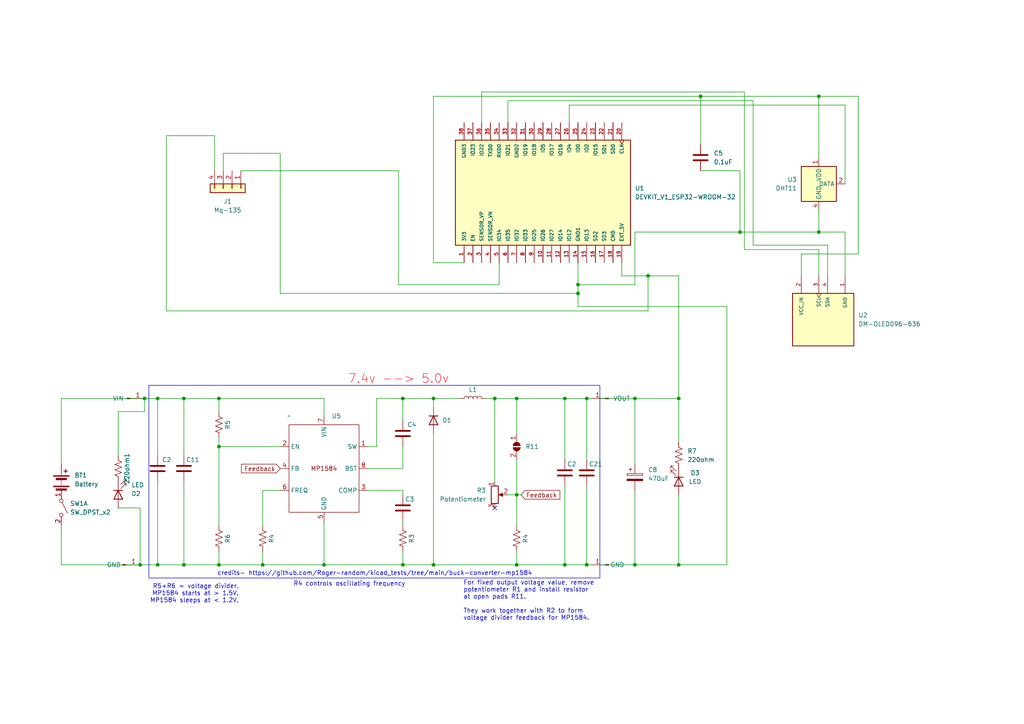
<source format=kicad_sch>
(kicad_sch (version 20250114) (generator "eeschema") (generator_version "9.0")
  (paper "A4")
  (lib_symbols
    (symbol "Connector:Conn_01x01_Pin" (pin_names (offset 1.016) (hide yes))
      (property "Reference" "J" (at 0 2.54 0))
      (property "Value" "Conn_01x01_Pin" (at 0 -2.54 0))
      (symbol "Conn_01x01_Pin_1_1"
        (rectangle (start 0.8636 0.127) (end 0 -0.127) (stroke (width 0.1524)) (fill (type outline)))
        (polyline (pts (xy 1.27 0) (xy 0.8636 0)) (stroke (width 0.1524)))
        (pin passive line (at 5.08 0 180) (length 3.81) (name "Pin_1") (number "1"))
      )
    )
    (symbol "Connector_Generic:Conn_01x04" (pin_names (offset 1.016) (hide yes))
      (property "Reference" "J" (at 0 5.08 0))
      (property "Value" "Conn_01x04" (at 0 -7.62 0))
      (symbol "Conn_01x04_1_1"
        (rectangle (start -1.27 3.81) (end 1.27 -6.35) (stroke (width 0.254)) (fill (type background)))
        (rectangle (start -1.27 2.667) (end 0 2.413) (stroke (width 0.1524)))
        (rectangle (start -1.27 0.127) (end 0 -0.127) (stroke (width 0.1524)))
        (rectangle (start -1.27 -2.413) (end 0 -2.667) (stroke (width 0.1524)))
        (rectangle (start -1.27 -4.953) (end 0 -5.207) (stroke (width 0.1524)))
        (pin passive line (at -5.08 2.54 0) (length 3.81) (name "Pin_1") (number "1"))
        (pin passive line (at -5.08 0 0) (length 3.81) (name "Pin_2") (number "2"))
        (pin passive line (at -5.08 -2.54 0) (length 3.81) (name "Pin_3") (number "3"))
        (pin passive line (at -5.08 -5.08 0) (length 3.81) (name "Pin_4") (number "4"))
      )
    )
    (symbol "DEVKIT_V1_ESP32-WROOM-32:DEVKIT_V1_ESP32-WROOM-32" (pin_names (offset 1.016))
      (property "Reference" "U" (at -15.2572 26.0643 0))
      (property "Value" "DEVKIT_V1_ESP32-WROOM-32" (at -15.2563 -27.9698 0))
      (symbol "DEVKIT_V1_ESP32-WROOM-32_0_0"
        (rectangle (start -15.24 -25.4) (end 15.24 25.4) (stroke (width 0.254)) (fill (type background)))
        (pin power_in line (at -20.32 22.86 0) (length 5.08) (name "3V3") (number "1"))
        (pin input line (at -20.32 20.32 0) (length 5.08) (name "EN") (number "2"))
        (pin input line (at -20.32 17.78 0) (length 5.08) (name "SENSOR_VP") (number "3"))
        (pin input line (at -20.32 15.24 0) (length 5.08) (name "SENSOR_VN") (number "4"))
        (pin bidirectional line (at -20.32 12.7 0) (length 5.08) (name "IO34") (number "5"))
        (pin bidirectional line (at -20.32 10.16 0) (length 5.08) (name "IO35") (number "6"))
        (pin bidirectional line (at -20.32 7.62 0) (length 5.08) (name "IO32") (number "7"))
        (pin bidirectional line (at -20.32 5.08 0) (length 5.08) (name "IO33") (number "8"))
        (pin bidirectional line (at -20.32 2.54 0) (length 5.08) (name "IO25") (number "9"))
        (pin bidirectional line (at -20.32 0 0) (length 5.08) (name "IO26") (number "10"))
        (pin bidirectional line (at -20.32 -2.54 0) (length 5.08) (name "IO27") (number "11"))
        (pin bidirectional line (at -20.32 -5.08 0) (length 5.08) (name "IO14") (number "12"))
        (pin bidirectional line (at -20.32 -7.62 0) (length 5.08) (name "IO12") (number "13"))
        (pin power_in line (at -20.32 -10.16 0) (length 5.08) (name "GND1") (number "14"))
        (pin bidirectional line (at -20.32 -12.7 0) (length 5.08) (name "IO13") (number "15"))
        (pin bidirectional line (at -20.32 -15.24 0) (length 5.08) (name "SD2") (number "16"))
        (pin bidirectional line (at -20.32 -17.78 0) (length 5.08) (name "SD3") (number "17"))
        (pin bidirectional line (at -20.32 -20.32 0) (length 5.08) (name "CMD") (number "18"))
        (pin power_in line (at -20.32 -22.86 0) (length 5.08) (name "EXT_5V") (number "19"))
        (pin power_in line (at 20.32 22.86 180) (length 5.08) (name "GND3") (number "38"))
        (pin bidirectional line (at 20.32 20.32 180) (length 5.08) (name "IO23") (number "37"))
        (pin bidirectional line (at 20.32 17.78 180) (length 5.08) (name "IO22") (number "36"))
        (pin output line (at 20.32 15.24 180) (length 5.08) (name "TXD0") (number "35"))
        (pin input line (at 20.32 12.7 180) (length 5.08) (name "RXD0") (number "34"))
        (pin bidirectional line (at 20.32 10.16 180) (length 5.08) (name "IO21") (number "33"))
        (pin power_in line (at 20.32 7.62 180) (length 5.08) (name "GND2") (number "32"))
        (pin bidirectional line (at 20.32 5.08 180) (length 5.08) (name "IO19") (number "31"))
        (pin bidirectional line (at 20.32 2.54 180) (length 5.08) (name "IO18") (number "30"))
        (pin bidirectional line (at 20.32 0 180) (length 5.08) (name "IO5") (number "29"))
        (pin bidirectional line (at 20.32 -2.54 180) (length 5.08) (name "IO17") (number "28"))
        (pin bidirectional line (at 20.32 -5.08 180) (length 5.08) (name "IO16") (number "27"))
        (pin bidirectional line (at 20.32 -7.62 180) (length 5.08) (name "IO4") (number "26"))
        (pin bidirectional line (at 20.32 -10.16 180) (length 5.08) (name "IO0") (number "25"))
        (pin bidirectional line (at 20.32 -12.7 180) (length 5.08) (name "IO2") (number "24"))
        (pin bidirectional line (at 20.32 -15.24 180) (length 5.08) (name "IO15") (number "23"))
        (pin bidirectional line (at 20.32 -17.78 180) (length 5.08) (name "SD1") (number "22"))
        (pin bidirectional line (at 20.32 -20.32 180) (length 5.08) (name "SD0") (number "21"))
        (pin input clock (at 20.32 -22.86 180) (length 5.08) (name "CLK") (number "20"))
      )
    )
    (symbol "DM-OLED096-636:DM-OLED096-636" (pin_names (offset 1.016))
      (property "Reference" "U" (at -7.62 10.922 0))
      (property "Value" "DM-OLED096-636" (at -7.62 -10.16 0))
      (symbol "DM-OLED096-636_0_0"
        (rectangle (start -7.62 -7.62) (end 7.62 10.16) (stroke (width 0.254)) (fill (type background)))
        (pin power_in line (at 12.7 7.62 180) (length 5.08) (name "VCC_IN") (number "2"))
        (pin input clock (at 12.7 2.54 180) (length 5.08) (name "SCL") (number "3"))
        (pin bidirectional line (at 12.7 0 180) (length 5.08) (name "SDA") (number "4"))
        (pin power_in line (at 12.7 -5.08 180) (length 5.08) (name "GND") (number "1"))
      )
    )
    (symbol "Device:Battery" (pin_numbers (hide yes)) (pin_names (offset 0) (hide yes))
      (property "Reference" "BT" (at 2.54 2.54 0))
      (property "Value" "Battery" (at 2.54 0 0))
      (symbol "Battery_0_1"
        (rectangle (start -2.286 1.778) (end 2.286 1.524) (fill (type outline)))
        (rectangle (start -2.286 -1.27) (end 2.286 -1.524) (fill (type outline)))
        (rectangle (start -1.524 1.016) (end 1.524 0.508) (fill (type outline)))
        (rectangle (start -1.524 -2.032) (end 1.524 -2.54) (fill (type outline)))
        (polyline (pts (xy 0 1.778) (xy 0 2.54)))
        (polyline (pts (xy 0 0) (xy 0 0.254)))
        (polyline (pts (xy 0 -0.508) (xy 0 -0.254)))
        (polyline (pts (xy 0 -1.016) (xy 0 -0.762)))
        (polyline (pts (xy 0.762 3.048) (xy 1.778 3.048)) (stroke (width 0.254)))
        (polyline (pts (xy 1.27 3.556) (xy 1.27 2.54)) (stroke (width 0.254)))
      )
      (symbol "Battery_1_1"
        (pin passive line (at 0 5.08 270) (length 2.54) (name "+") (number "1"))
        (pin passive line (at 0 -5.08 90) (length 2.54) (name "-") (number "2"))
      )
    )
    (symbol "Device:C" (pin_numbers (hide yes)) (pin_names (offset 0.254))
      (property "Reference" "C" (at 0.635 2.54 0))
      (property "Value" "C" (at 0.635 -2.54 0))
      (symbol "C_0_1"
        (polyline (pts (xy -2.032 0.762) (xy 2.032 0.762)) (stroke (width 0.508)))
        (polyline (pts (xy -2.032 -0.762) (xy 2.032 -0.762)) (stroke (width 0.508)))
      )
      (symbol "C_1_1"
        (pin passive line (at 0 3.81 270) (length 2.794) (name "~") (number "1"))
        (pin passive line (at 0 -3.81 90) (length 2.794) (name "~") (number "2"))
      )
    )
    (symbol "Device:C_Polarized" (pin_numbers (hide yes)) (pin_names (offset 0.254))
      (property "Reference" "C" (at 0.635 2.54 0))
      (property "Value" "C_Polarized" (at 0.635 -2.54 0))
      (symbol "C_Polarized_0_1"
        (rectangle (start -2.286 0.508) (end 2.286 1.016))
        (polyline (pts (xy -1.778 2.286) (xy -0.762 2.286)))
        (polyline (pts (xy -1.27 2.794) (xy -1.27 1.778)))
        (rectangle (start 2.286 -0.508) (end -2.286 -1.016) (fill (type outline)))
      )
      (symbol "C_Polarized_1_1"
        (pin passive line (at 0 3.81 270) (length 2.794) (name "~") (number "1"))
        (pin passive line (at 0 -3.81 90) (length 2.794) (name "~") (number "2"))
      )
    )
    (symbol "Device:D" (pin_numbers (hide yes)) (pin_names (offset 1.016) (hide yes))
      (property "Reference" "D" (at 0 2.54 0))
      (property "Value" "D" (at 0 -2.54 0))
      (symbol "D_0_1"
        (polyline (pts (xy -1.27 1.27) (xy -1.27 -1.27)) (stroke (width 0.254)))
        (polyline (pts (xy 1.27 1.27) (xy 1.27 -1.27) (xy -1.27 0) (xy 1.27 1.27)) (stroke (width 0.254)))
        (polyline (pts (xy 1.27 0) (xy -1.27 0)))
      )
      (symbol "D_1_1"
        (pin passive line (at -3.81 0 0) (length 2.54) (name "K") (number "1"))
        (pin passive line (at 3.81 0 180) (length 2.54) (name "A") (number "2"))
      )
    )
    (symbol "Device:L" (pin_numbers (hide yes)) (pin_names (offset 1.016) (hide yes))
      (property "Reference" "L" (at -1.27 0 90))
      (property "Value" "L" (at 1.905 0 90))
      (symbol "L_0_1"
        (arc (start 0 2.54) (mid 0.6323 1.905) (end 0 1.27))
        (arc (start 0 1.27) (mid 0.6323 0.635) (end 0 0))
        (arc (start 0 0) (mid 0.6323 -0.635) (end 0 -1.27))
        (arc (start 0 -1.27) (mid 0.6323 -1.905) (end 0 -2.54))
      )
      (symbol "L_1_1"
        (pin passive line (at 0 3.81 270) (length 1.27) (name "1") (number "1"))
        (pin passive line (at 0 -3.81 90) (length 1.27) (name "2") (number "2"))
      )
    )
    (symbol "Device:LED" (pin_numbers (hide yes)) (pin_names (offset 1.016) (hide yes))
      (property "Reference" "D" (at 0 2.54 0))
      (property "Value" "LED" (at 0 -2.54 0))
      (symbol "LED_0_1"
        (polyline (pts (xy -3.048 -0.762) (xy -4.572 -2.286) (xy -3.81 -2.286) (xy -4.572 -2.286) (xy -4.572 -1.524)))
        (polyline (pts (xy -1.778 -0.762) (xy -3.302 -2.286) (xy -2.54 -2.286) (xy -3.302 -2.286) (xy -3.302 -1.524)))
        (polyline (pts (xy -1.27 0) (xy 1.27 0)))
        (polyline (pts (xy -1.27 -1.27) (xy -1.27 1.27)) (stroke (width 0.254)))
        (polyline (pts (xy 1.27 -1.27) (xy 1.27 1.27) (xy -1.27 0) (xy 1.27 -1.27)) (stroke (width 0.254)))
      )
      (symbol "LED_1_1"
        (pin passive line (at -3.81 0 0) (length 2.54) (name "K") (number "1"))
        (pin passive line (at 3.81 0 180) (length 2.54) (name "A") (number "2"))
      )
    )
    (symbol "Device:R_Potentiometer" (pin_names (offset 1.016) (hide yes))
      (property "Reference" "RV" (at -4.445 0 90))
      (property "Value" "R_Potentiometer" (at -2.54 0 90))
      (symbol "R_Potentiometer_0_1"
        (rectangle (start 1.016 2.54) (end -1.016 -2.54) (stroke (width 0.254)))
        (polyline (pts (xy 1.143 0) (xy 2.286 0.508) (xy 2.286 -0.508) (xy 1.143 0)) (fill (type outline)))
        (polyline (pts (xy 2.54 0) (xy 1.524 0)))
      )
      (symbol "R_Potentiometer_1_1"
        (pin passive line (at 0 3.81 270) (length 1.27) (name "1") (number "1"))
        (pin passive line (at 0 -3.81 90) (length 1.27) (name "3") (number "3"))
        (pin passive line (at 3.81 0 180) (length 1.27) (name "2") (number "2"))
      )
    )
    (symbol "Device:R_US" (pin_numbers (hide yes)) (pin_names (offset 0))
      (property "Reference" "R" (at 2.54 0 90))
      (property "Value" "R_US" (at -2.54 0 90))
      (symbol "R_US_0_1"
        (polyline (pts (xy 0 2.286) (xy 0 2.54)))
        (polyline (pts (xy 0 2.286) (xy 1.016 1.905) (xy 0 1.524) (xy -1.016 1.143) (xy 0 0.762)))
        (polyline (pts (xy 0 0.762) (xy 1.016 0.381) (xy 0 0) (xy -1.016 -0.381) (xy 0 -0.762)))
        (polyline (pts (xy 0 -0.762) (xy 1.016 -1.143) (xy 0 -1.524) (xy -1.016 -1.905) (xy 0 -2.286)))
        (polyline (pts (xy 0 -2.286) (xy 0 -2.54)))
      )
      (symbol "R_US_1_1"
        (pin passive line (at 0 3.81 270) (length 1.27) (name "~") (number "1"))
        (pin passive line (at 0 -3.81 90) (length 1.27) (name "~") (number "2"))
      )
    )
    (symbol "Jumper:SolderJumper_2_Open" (pin_names (offset 0) (hide yes))
      (property "Reference" "JP" (at 0 2.032 0))
      (property "Value" "SolderJumper_2_Open" (at 0 -2.54 0))
      (symbol "SolderJumper_2_Open_0_1"
        (polyline (pts (xy -0.254 1.016) (xy -0.254 -1.016)))
        (arc (start -0.254 -1.016) (mid -1.2656 0) (end -0.254 1.016))
        (arc (start -0.254 -1.016) (mid -1.2656 0) (end -0.254 1.016) (fill (type outline)))
        (arc (start 0.254 1.016) (mid 1.2656 0) (end 0.254 -1.016))
        (arc (start 0.254 1.016) (mid 1.2656 0) (end 0.254 -1.016) (fill (type outline)))
        (polyline (pts (xy 0.254 1.016) (xy 0.254 -1.016)))
      )
      (symbol "SolderJumper_2_Open_1_1"
        (pin passive line (at -3.81 0 0) (length 2.54) (name "A") (number "1"))
        (pin passive line (at 3.81 0 180) (length 2.54) (name "B") (number "2"))
      )
    )
    (symbol "Sensor:DHT11"
      (property "Reference" "U" (at -3.81 6.35 0))
      (property "Value" "DHT11" (at 3.81 6.35 0))
      (symbol "DHT11_0_1"
        (rectangle (start -5.08 5.08) (end 5.08 -5.08) (stroke (width 0.254)) (fill (type background)))
      )
      (symbol "DHT11_1_1"
        (pin no_connect line (at -5.08 0 0) (length 2.54) (hide yes) (name "NC") (number "3"))
        (pin power_in line (at 0 7.62 270) (length 2.54) (name "VDD") (number "1"))
        (pin power_in line (at 0 -7.62 90) (length 2.54) (name "GND") (number "4"))
        (pin bidirectional line (at 7.62 0 180) (length 2.54) (name "DATA") (number "2"))
      )
    )
    (symbol "Switch:SW_DPST_x2" (pin_names (offset 0) (hide yes))
      (property "Reference" "SW" (at 0 3.175 0))
      (property "Value" "SW_DPST_x2" (at 0 -2.54 0))
      (symbol "SW_DPST_x2_0_0"
        (circle (center -2.032 0) (radius 0.508))
        (polyline (pts (xy -1.524 0.254) (xy 1.524 1.778)))
        (circle (center 2.032 0) (radius 0.508))
      )
      (symbol "SW_DPST_x2_1_1"
        (pin passive line (at -5.08 0 0) (length 2.54) (name "A") (number "1"))
        (pin passive line (at 5.08 0 180) (length 2.54) (name "B") (number "2"))
      )
      (symbol "SW_DPST_x2_2_1"
        (pin passive line (at -5.08 0 0) (length 2.54) (name "A") (number "3"))
        (pin passive line (at 5.08 0 180) (length 2.54) (name "B") (number "4"))
      )
    )
    (symbol "buck converter module:mp1584"
      (property "Reference" "U" (at -10.16 15.24 0))
      (symbol "mp1584_0_1"
        (rectangle (start -10.16 12.7) (end 10.16 -12.7))
      )
      (symbol "mp1584_1_1"
        (text "MP1584" (at 0 0 0) (effects (font (size 1.27 1.27))))
        (pin input line (at -12.7 6.35 0) (length 2.54) (name "EN") (number "2"))
        (pin input line (at -12.7 0 0) (length 2.54) (name "FB") (number "4"))
        (pin input line (at -12.7 -6.35 0) (length 2.54) (name "FREQ") (number "6"))
        (pin power_in line (at 0 15.24 270) (length 2.54) (name "VIN") (number "7"))
        (pin power_in line (at 0 -15.24 90) (length 2.54) (name "GND") (number "5"))
        (pin output line (at 12.7 6.35 180) (length 2.54) (name "SW") (number "1"))
        (pin input line (at 12.7 0 180) (length 2.54) (name "BST") (number "8"))
        (pin output line (at 12.7 -6.35 180) (length 2.54) (name "COMP") (number "3"))
      )
    )
  )
  (rectangle (start 43.18 111.76) (end 173.99 167.64))
  (text "R5+R6 = voltage divider.\nMP1584 starts at > 1.5V.\nMP1584 sleeps at < 1.2V." (at 69.342 175.006 0) (effects (font (size 1.27 1.27)) (justify right bottom)))
  (text "For fixed output voltage value, remove\npotentiometer R1 and install resistor\nat open pads R11.\n\nThey work together with R2 to form\nvoltage divider feedback for MP1584." (at 134.366 180.086 0) (effects (font (size 1.27 1.27)) (justify left bottom)))
  (text "7.4v --> 5.0v" (at 115.57 109.982 0) (effects (font (size 2.54 2.54))))
  (text "R4 controls oscillating frequency" (at 85.09 170.18 0) (effects (font (size 1.27 1.27)) (justify left bottom)))
  (text "credits- https://github.com/Roger-random/kicad_tests/tree/main/buck-converter-mp1584" (at 108.712 166.37 0) (effects (font (size 1.27 1.27))))
  (junction (at 53.34 115.57))
  (junction (at 149.86 115.57))
  (junction (at 93.98 163.83))
  (junction (at 203.2 27.94))
  (junction (at 125.73 163.83))
  (junction (at 214.63 67.31))
  (junction (at 184.15 115.57))
  (junction (at 170.18 163.83))
  (junction (at 143.51 115.57))
  (junction (at 170.18 115.57))
  (junction (at 167.64 82.55))
  (junction (at 196.85 163.83))
  (junction (at 63.5 163.83))
  (junction (at 149.86 163.83))
  (junction (at 40.64 163.83))
  (junction (at 116.84 115.57))
  (junction (at 45.72 115.57))
  (junction (at 196.85 115.57))
  (junction (at 53.34 163.83))
  (junction (at 184.15 163.83))
  (junction (at 163.83 115.57))
  (junction (at 237.49 67.31))
  (junction (at 125.73 115.57))
  (junction (at 41.91 115.57))
  (junction (at 63.5 115.57))
  (junction (at 163.83 163.83))
  (junction (at 149.86 143.51))
  (junction (at 187.96 80.01))
  (junction (at 63.5 129.54))
  (junction (at 45.72 163.83))
  (junction (at 76.2 163.83))
  (junction (at 167.64 85.09))
  (junction (at 237.49 27.94))
  (junction (at 116.84 163.83))
  (no_connect (at 143.51 147.32))
  (wire (pts (xy 109.22 129.54) (xy 106.68 129.54)))
  (wire (pts (xy 45.72 139.7) (xy 45.72 163.83)))
  (wire (pts (xy 63.5 160.02) (xy 63.5 163.83)))
  (wire (pts (xy 63.5 163.83) (xy 76.2 163.83)))
  (wire (pts (xy 17.78 134.62) (xy 17.78 115.57)))
  (wire (pts (xy 116.84 163.83) (xy 125.73 163.83)))
  (wire (pts (xy 163.83 163.83) (xy 170.18 163.83)))
  (wire (pts (xy 41.91 119.38) (xy 41.91 115.57)))
  (wire (pts (xy 149.86 115.57) (xy 163.83 115.57)))
  (wire (pts (xy 196.85 80.01) (xy 187.96 80.01)))
  (wire (pts (xy 125.73 118.11) (xy 125.73 115.57)))
  (wire (pts (xy 63.5 115.57) (xy 63.5 119.38)))
  (wire (pts (xy 139.7 26.67) (xy 139.7 35.56)))
  (wire (pts (xy 187.96 80.01) (xy 180.34 80.01)))
  (wire (pts (xy 171.45 115.57) (xy 170.18 115.57)))
  (wire (pts (xy 93.98 163.83) (xy 116.84 163.83)))
  (wire (pts (xy 210.82 88.9) (xy 167.64 88.9)))
  (wire (pts (xy 170.18 140.97) (xy 170.18 163.83)))
  (wire (pts (xy 149.86 143.51) (xy 151.13 143.51)))
  (wire (pts (xy 237.49 27.94) (xy 203.2 27.94)))
  (wire (pts (xy 40.64 147.32) (xy 40.64 163.83)))
  (wire (pts (xy 240.03 71.12) (xy 218.44 71.12)))
  (wire (pts (xy 125.73 27.94) (xy 125.73 76.2)))
  (wire (pts (xy 106.68 142.24) (xy 116.84 142.24)))
  (wire (pts (xy 184.15 115.57) (xy 184.15 134.62)))
  (wire (pts (xy 62.23 49.53) (xy 62.23 39.37)))
  (wire (pts (xy 48.26 90.17) (xy 187.96 90.17)))
  (wire (pts (xy 184.15 67.31) (xy 184.15 82.55)))
  (wire (pts (xy 149.86 163.83) (xy 163.83 163.83)))
  (wire (pts (xy 210.82 163.83) (xy 210.82 88.9)))
  (wire (pts (xy 76.2 142.24) (xy 81.28 142.24)))
  (wire (pts (xy 237.49 45.72) (xy 237.49 27.94)))
  (wire (pts (xy 140.97 115.57) (xy 143.51 115.57)))
  (wire (pts (xy 109.22 115.57) (xy 116.84 115.57)))
  (wire (pts (xy 45.72 163.83) (xy 53.34 163.83)))
  (wire (pts (xy 125.73 115.57) (xy 133.35 115.57)))
  (wire (pts (xy 173.99 115.57) (xy 184.15 115.57)))
  (wire (pts (xy 203.2 49.53) (xy 214.63 49.53)))
  (wire (pts (xy 187.96 90.17) (xy 187.96 80.01)))
  (wire (pts (xy 34.29 147.32) (xy 40.64 147.32)))
  (wire (pts (xy 93.98 151.13) (xy 93.98 163.83)))
  (wire (pts (xy 17.78 163.83) (xy 40.64 163.83)))
  (wire (pts (xy 34.29 119.38) (xy 41.91 119.38)))
  (wire (pts (xy 184.15 142.24) (xy 184.15 163.83)))
  (wire (pts (xy 149.86 115.57) (xy 149.86 125.73)))
  (wire (pts (xy 245.11 67.31) (xy 237.49 67.31)))
  (wire (pts (xy 167.64 88.9) (xy 167.64 85.09)))
  (wire (pts (xy 143.51 115.57) (xy 149.86 115.57)))
  (wire (pts (xy 53.34 163.83) (xy 63.5 163.83)))
  (wire (pts (xy 40.64 163.83) (xy 45.72 163.83)))
  (wire (pts (xy 167.64 82.55) (xy 167.64 76.2)))
  (wire (pts (xy 64.77 44.45) (xy 81.28 44.45)))
  (wire (pts (xy 196.85 115.57) (xy 196.85 128.27)))
  (wire (pts (xy 180.34 80.01) (xy 180.34 76.2)))
  (wire (pts (xy 184.15 82.55) (xy 167.64 82.55)))
  (wire (pts (xy 93.98 115.57) (xy 93.98 120.65)))
  (wire (pts (xy 144.78 82.55) (xy 144.78 76.2)))
  (wire (pts (xy 63.5 127) (xy 63.5 129.54)))
  (wire (pts (xy 125.73 115.57) (xy 116.84 115.57)))
  (wire (pts (xy 196.85 143.51) (xy 196.85 163.83)))
  (wire (pts (xy 218.44 29.21) (xy 218.44 71.12)))
  (wire (pts (xy 125.73 125.73) (xy 125.73 163.83)))
  (wire (pts (xy 163.83 133.35) (xy 163.83 115.57)))
  (wire (pts (xy 115.57 49.53) (xy 115.57 82.55)))
  (wire (pts (xy 17.78 115.57) (xy 41.91 115.57)))
  (wire (pts (xy 116.84 115.57) (xy 116.84 121.92)))
  (wire (pts (xy 237.49 67.31) (xy 214.63 67.31)))
  (wire (pts (xy 45.72 115.57) (xy 53.34 115.57)))
  (wire (pts (xy 125.73 163.83) (xy 149.86 163.83)))
  (wire (pts (xy 245.11 53.34) (xy 245.11 30.48)))
  (wire (pts (xy 167.64 85.09) (xy 167.64 82.55)))
  (wire (pts (xy 116.84 135.89) (xy 106.68 135.89)))
  (wire (pts (xy 48.26 39.37) (xy 48.26 90.17)))
  (wire (pts (xy 81.28 44.45) (xy 81.28 85.09)))
  (wire (pts (xy 149.86 143.51) (xy 147.32 143.51)))
  (wire (pts (xy 53.34 139.7) (xy 53.34 163.83)))
  (wire (pts (xy 203.2 27.94) (xy 203.2 41.91)))
  (wire (pts (xy 76.2 160.02) (xy 76.2 163.83)))
  (wire (pts (xy 149.86 143.51) (xy 149.86 152.4)))
  (wire (pts (xy 196.85 115.57) (xy 196.85 80.01)))
  (wire (pts (xy 149.86 160.02) (xy 149.86 163.83)))
  (wire (pts (xy 196.85 163.83) (xy 184.15 163.83)))
  (wire (pts (xy 248.92 27.94) (xy 237.49 27.94)))
  (wire (pts (xy 215.9 26.67) (xy 139.7 26.67)))
  (wire (pts (xy 76.2 142.24) (xy 76.2 152.4)))
  (wire (pts (xy 237.49 72.39) (xy 215.9 72.39)))
  (wire (pts (xy 248.92 73.66) (xy 248.92 27.94)))
  (wire (pts (xy 63.5 129.54) (xy 63.5 152.4)))
  (wire (pts (xy 116.84 142.24) (xy 116.84 143.51)))
  (wire (pts (xy 184.15 115.57) (xy 196.85 115.57)))
  (wire (pts (xy 163.83 140.97) (xy 163.83 163.83)))
  (wire (pts (xy 237.49 80.01) (xy 237.49 72.39)))
  (wire (pts (xy 53.34 115.57) (xy 63.5 115.57)))
  (wire (pts (xy 69.85 49.53) (xy 115.57 49.53)))
  (wire (pts (xy 41.91 115.57) (xy 45.72 115.57)))
  (wire (pts (xy 53.34 115.57) (xy 53.34 132.08)))
  (wire (pts (xy 147.32 29.21) (xy 147.32 35.56)))
  (wire (pts (xy 215.9 72.39) (xy 215.9 26.67)))
  (wire (pts (xy 196.85 163.83) (xy 210.82 163.83)))
  (wire (pts (xy 245.11 80.01) (xy 245.11 67.31)))
  (wire (pts (xy 45.72 115.57) (xy 45.72 132.08)))
  (wire (pts (xy 232.41 73.66) (xy 248.92 73.66)))
  (wire (pts (xy 62.23 39.37) (xy 48.26 39.37)))
  (wire (pts (xy 218.44 29.21) (xy 147.32 29.21)))
  (wire (pts (xy 170.18 115.57) (xy 170.18 133.35)))
  (wire (pts (xy 116.84 129.54) (xy 116.84 135.89)))
  (wire (pts (xy 116.84 151.13) (xy 116.84 152.4)))
  (wire (pts (xy 34.29 119.38) (xy 34.29 132.08)))
  (wire (pts (xy 170.18 163.83) (xy 171.45 163.83)))
  (wire (pts (xy 116.84 160.02) (xy 116.84 163.83)))
  (wire (pts (xy 245.11 30.48) (xy 165.1 30.48)))
  (wire (pts (xy 232.41 80.01) (xy 232.41 73.66)))
  (wire (pts (xy 63.5 115.57) (xy 93.98 115.57)))
  (wire (pts (xy 63.5 129.54) (xy 81.28 129.54)))
  (wire (pts (xy 173.99 163.83) (xy 184.15 163.83)))
  (wire (pts (xy 214.63 67.31) (xy 184.15 67.31)))
  (wire (pts (xy 165.1 30.48) (xy 165.1 35.56)))
  (wire (pts (xy 76.2 163.83) (xy 93.98 163.83)))
  (wire (pts (xy 64.77 49.53) (xy 64.77 44.45)))
  (wire (pts (xy 149.86 133.35) (xy 149.86 143.51)))
  (wire (pts (xy 214.63 49.53) (xy 214.63 67.31)))
  (wire (pts (xy 109.22 115.57) (xy 109.22 129.54)))
  (wire (pts (xy 125.73 76.2) (xy 134.62 76.2)))
  (wire (pts (xy 203.2 27.94) (xy 125.73 27.94)))
  (wire (pts (xy 115.57 82.55) (xy 144.78 82.55)))
  (wire (pts (xy 240.03 80.01) (xy 240.03 71.12)))
  (wire (pts (xy 81.28 85.09) (xy 167.64 85.09)))
  (wire (pts (xy 163.83 115.57) (xy 170.18 115.57)))
  (wire (pts (xy 17.78 152.4) (xy 17.78 163.83)))
  (wire (pts (xy 143.51 115.57) (xy 143.51 139.7)))
  (wire (pts (xy 237.49 60.96) (xy 237.49 67.31)))
  (global_label "Feedback" (shape input) (at 151.13 143.51 0) (property "Intersheetrefs" "${INTERSHEET_REFS}" (effects (hide yes))))
  (global_label "Feedback" (shape input) (at 81.28 135.89 180) (property "Intersheetrefs" "${INTERSHEET_REFS}" (effects (hide yes))))
  (symbol (lib_id "Device:R_US") (at 116.84 156.21 0) (unit 1)
    (property "Reference" "R3" (at 119.38 156.21 90))
    (property "Value" "R_US" (effects (hide yes)))
  )
  (symbol (lib_id "Connector:Conn_01x01_Pin") (at 35.56 163.83 0) (unit 1)
    (property "Reference" "J2" (effects (hide yes)))
    (property "Value" "GND" (at 33.02 163.83 0))
  )
  (symbol (lib_id "Device:C_Polarized") (at 184.15 138.43 0) (unit 1)
    (property "Reference" "C8" (at 187.96 136.2709 0) (effects (justify left)))
    (property "Value" "470uF" (at 187.96 138.8109 0) (effects (justify left)))
    (property "Description" "Polarized capacitor" (effects (hide yes)))
  )
  (symbol (lib_id "Device:R_US") (at 63.5 156.21 0) (unit 1)
    (property "Reference" "R6" (at 66.04 156.21 90))
    (property "Value" "R_US" (effects (hide yes)))
  )
  (symbol (lib_id "Connector_Generic:Conn_01x04") (at 67.31 54.61 270) (unit 1)
    (property "Reference" "J1" (at 66.04 58.42 90))
    (property "Value" "Mq-135" (at 66.04 60.96 90))
    (property "Description" "Generic connector, single row, 01x04, script generated (kicad-library-utils/schlib/autogen/connector/)" (effects (hide yes)))
  )
  (symbol (lib_id "Connector:Conn_01x01_Pin") (at 36.83 115.57 0) (unit 1)
    (property "Reference" "J2" (effects (hide yes)))
    (property "Value" "VIN" (at 34.29 115.57 0))
  )
  (symbol (lib_id "Sensor:DHT11") (at 237.49 53.34 0) (unit 1)
    (property "Reference" "U3" (at 231.14 52.0699 0) (effects (justify right)))
    (property "Value" "DHT11" (at 231.14 54.6099 0) (effects (justify right)))
    (property "Footprint" "Sensor:Aosong_DHT11_5.5x12.0_P2.54mm" (effects (hide yes)))
    (property "Datasheet" "http://akizukidenshi.com/download/ds/aosong/DHT11.pdf" (effects (hide yes)))
    (property "Description" "3.3V to 5.5V, temperature and humidity module, DHT11" (effects (hide yes)))
  )
  (symbol (lib_id "Device:C") (at 116.84 125.73 0) (unit 1)
    (property "Reference" "C4" (at 118.11 123.19 0) (effects (justify left)))
    (property "Value" "C" (effects (hide yes)))
  )
  (symbol (lib_id "Device:C") (at 45.72 135.89 0) (unit 1)
    (property "Reference" "C2" (at 46.99 133.35 0) (effects (justify left)))
    (property "Value" "C" (effects (hide yes)))
  )
  (symbol (lib_id "buck converter module:mp1584") (at 93.98 135.89 0) (unit 1)
    (property "Reference" "U5" (at 96.1741 120.65 0) (effects (justify left)))
    (property "Value" "~" (at 83.82 120.65 0))
  )
  (symbol (lib_id "Device:D") (at 125.73 121.92 270) (unit 1)
    (property "Reference" "D1" (at 128.27 121.92 90) (effects (justify left)))
    (property "Value" "D" (effects (hide yes)))
    (property "Sim.Device" "D" (effects (hide yes)))
    (property "Sim.Pins" "1=K 2=A" (effects (hide yes)))
  )
  (symbol (lib_id "Device:LED") (at 196.85 139.7 270) (unit 1)
    (property "Reference" "D3" (at 201.6125 137.16 90))
    (property "Value" "LED" (at 201.6125 139.7 90))
    (property "Description" "Light emitting diode" (effects (hide yes)))
    (property "Sim.Pins" "1=K 2=A" (effects (hide yes)))
  )
  (symbol (lib_id "Device:R_US") (at 34.29 135.89 0) (unit 1)
    (property "Reference" "220ohm1" (at 36.83 135.89 90))
    (property "Value" "R_US" (effects (hide yes)))
  )
  (symbol (lib_id "Device:R_US") (at 76.2 156.21 0) (unit 1)
    (property "Reference" "R4" (at 78.74 156.21 90))
    (property "Value" "R_US" (effects (hide yes)))
  )
  (symbol (lib_id "Device:R_Potentiometer") (at 143.51 143.51 0) (unit 1)
    (property "Reference" "R3" (at 140.97 142.24 0) (effects (justify right)))
    (property "Value" "Potentiometer" (at 140.97 144.78 0) (effects (justify right)))
  )
  (symbol (lib_id "Device:C") (at 170.18 137.16 0) (unit 1)
    (property "Reference" "C21" (at 170.815 134.62 0) (effects (justify left)))
    (property "Value" "C" (effects (hide yes)))
  )
  (symbol (lib_id "Jumper:SolderJumper_2_Open") (at 149.86 129.54 270) (unit 1)
    (property "Reference" "R11" (at 152.4 129.54 90) (effects (justify left)))
    (property "Value" "SolderJumper_2_Open" (effects (hide yes)))
  )
  (symbol (lib_id "Device:LED") (at 34.29 143.51 90) (mirror x) (unit 1)
    (property "Reference" "D2" (at 38.1 143.1926 90) (effects (justify right)))
    (property "Value" "LED" (at 38.1 140.6526 90) (effects (justify right)))
    (property "Description" "Light emitting diode" (effects (hide yes)))
    (property "Sim.Pins" "1=K 2=A" (effects (hide yes)))
  )
  (symbol (lib_id "Device:C") (at 203.2 45.72 0) (unit 1)
    (property "Reference" "C5" (at 207.01 44.4499 0) (effects (justify left)))
    (property "Value" "0.1uF" (at 207.01 46.9899 0) (effects (justify left)))
    (property "Description" "Unpolarized capacitor" (effects (hide yes)))
  )
  (symbol (lib_id "Device:R_US") (at 196.85 132.08 0) (unit 1)
    (property "Reference" "R7" (at 199.39 130.8099 0) (effects (justify left)))
    (property "Value" "220ohm" (at 199.39 133.3499 0) (effects (justify left)))
    (property "Description" "Resistor, US symbol" (effects (hide yes)))
  )
  (symbol (lib_id "Switch:SW_DPST_x2") (at 17.78 147.32 270) (unit 1)
    (property "Reference" "SW1" (at 20.32 146.0499 90) (effects (justify left)))
    (property "Value" "SW_DPST_x2" (at 20.32 148.5899 90) (effects (justify left)))
    (property "Description" "Single Pole Single Throw (SPST) switch, separate symbol" (effects (hide yes)))
  )
  (symbol (lib_id "Device:R_US") (at 63.5 123.19 0) (unit 1)
    (property "Reference" "R5" (at 66.04 123.19 90))
    (property "Value" "R_US" (effects (hide yes)))
  )
  (symbol (lib_id "Device:C") (at 116.84 147.32 0) (unit 1)
    (property "Reference" "C3" (at 117.475 144.78 0) (effects (justify left)))
    (property "Value" "C" (effects (hide yes)))
  )
  (symbol (lib_id "Connector:Conn_01x01_Pin") (at 176.53 163.83 180) (unit 1)
    (property "Reference" "J4" (effects (hide yes)))
    (property "Value" "GND" (at 179.07 163.83 0))
  )
  (symbol (lib_id "Device:C") (at 53.34 135.89 0) (unit 1)
    (property "Reference" "C11" (at 53.975 133.35 0) (effects (justify left)))
    (property "Value" "C" (effects (hide yes)))
  )
  (symbol (lib_id "Device:L") (at 137.16 115.57 90) (unit 1)
    (property "Reference" "L1" (at 137.16 113.03 90))
    (property "Value" "L" (effects (hide yes)))
  )
  (symbol (lib_id "Device:Battery") (at 17.78 139.7 0) (unit 1)
    (property "Reference" "BT1" (at 21.59 137.8584 0) (effects (justify left)))
    (property "Value" "Battery" (at 21.59 140.3984 0) (effects (justify left)))
    (property "Description" "Multiple-cell battery" (effects (hide yes)))
    (property "Sim.Device" "V" (effects (hide yes)))
    (property "Sim.Type" "DC" (effects (hide yes)))
    (property "Sim.Pins" "1=+ 2=-" (effects (hide yes)))
  )
  (symbol (lib_id "DM-OLED096-636:DM-OLED096-636") (at 240.03 92.71 90) (unit 1)
    (property "Reference" "U2" (at 248.92 91.4399 90) (effects (justify right)))
    (property "Value" "DM-OLED096-636" (at 248.92 93.9799 90) (effects (justify right)))
    (property "Footprint" "DM-OLED096-636:MODULE_DM-OLED096-636" (effects (hide yes)))
    (property "MF" "Display Module" (effects (hide yes)))
    (property "MAXIMUM_PACKAGE_HEIGHT" "11.3 mm" (effects (hide yes)))
    (property "Package" "Package" (effects (hide yes)))
    (property "Price" "None" (effects (hide yes)))
    (property "Check_prices" "https://www.snapeda.com/parts/DM-OLED096-636/Display+Module/view-part/?ref=eda" (effects (hide yes)))
    (property "STANDARD" "Manufacturer Recommendations" (effects (hide yes)))
    (property "PARTREV" "2018-09-10" (effects (hide yes)))
    (property "SnapEDA_Link" "https://www.snapeda.com/parts/DM-OLED096-636/Display+Module/view-part/?ref=snap" (effects (hide yes)))
    (property "MP" "DM-OLED096-636" (effects (hide yes)))
    (property "Description_1" "0.96” 128 X 64 MONOCHROME GRAPHIC OLED DISPLAY MODULE - I2C" (effects (hide yes)))
    (property "Availability" "Not in stock" (effects (hide yes)))
    (property "MANUFACTURER" "Displaymodule" (effects (hide yes)))
  )
  (symbol (lib_id "Connector:Conn_01x01_Pin") (at 176.53 115.57 180) (unit 1)
    (property "Reference" "J3" (effects (hide yes)))
    (property "Value" "VOUT" (at 180.34 115.57 0))
  )
  (symbol (lib_id "Device:C") (at 163.83 137.16 0) (unit 1)
    (property "Reference" "C2" (at 164.465 134.62 0) (effects (justify left)))
    (property "Value" "C" (effects (hide yes)))
  )
  (symbol (lib_id "DEVKIT_V1_ESP32-WROOM-32:DEVKIT_V1_ESP32-WROOM-32") (at 157.48 55.88 90) (unit 1)
    (property "Reference" "U1" (at 184.15 54.6099 90) (effects (justify right)))
    (property "Value" "DEVKIT_V1_ESP32-WROOM-32" (at 184.15 57.1499 90) (effects (justify right)))
    (property "Footprint" "DEVKIT_V1_ESP32-WROOM-32:MODULE_DEVKIT_V1_ESP32-WROOM-32" (effects (hide yes)))
    (property "MF" "Espressif Systems" (effects (hide yes)))
    (property "Description_1" "WROOM-32 Development Board ESP32 ESP-32S WiFi Bluetooth Dev Module" (effects (hide yes)))
    (property "Package" "Package" (effects (hide yes)))
    (property "Price" "None" (effects (hide yes)))
    (property "Check_prices" "https://www.snapeda.com/parts/DEVKIT%20V1%20ESP32-WROOM-32/Espressif+Systems/view-part/?ref=eda" (effects (hide yes)))
    (property "STANDARD" "Manufacturer Recommendations" (effects (hide yes)))
    (property "PARTREV" "N/A" (effects (hide yes)))
    (property "SnapEDA_Link" "https://www.snapeda.com/parts/DEVKIT%20V1%20ESP32-WROOM-32/Espressif+Systems/view-part/?ref=snap" (effects (hide yes)))
    (property "MP" "DEVKIT V1 ESP32-WROOM-32" (effects (hide yes)))
    (property "Availability" "Not in stock" (effects (hide yes)))
    (property "MANUFACTURER" "Espressif Systems" (effects (hide yes)))
  )
  (symbol (lib_id "Device:R_US") (at 149.86 156.21 0) (unit 1)
    (property "Reference" "R4" (at 152.4 156.21 90))
    (property "Value" "R_US" (effects (hide yes)))
  )
)
</source>
